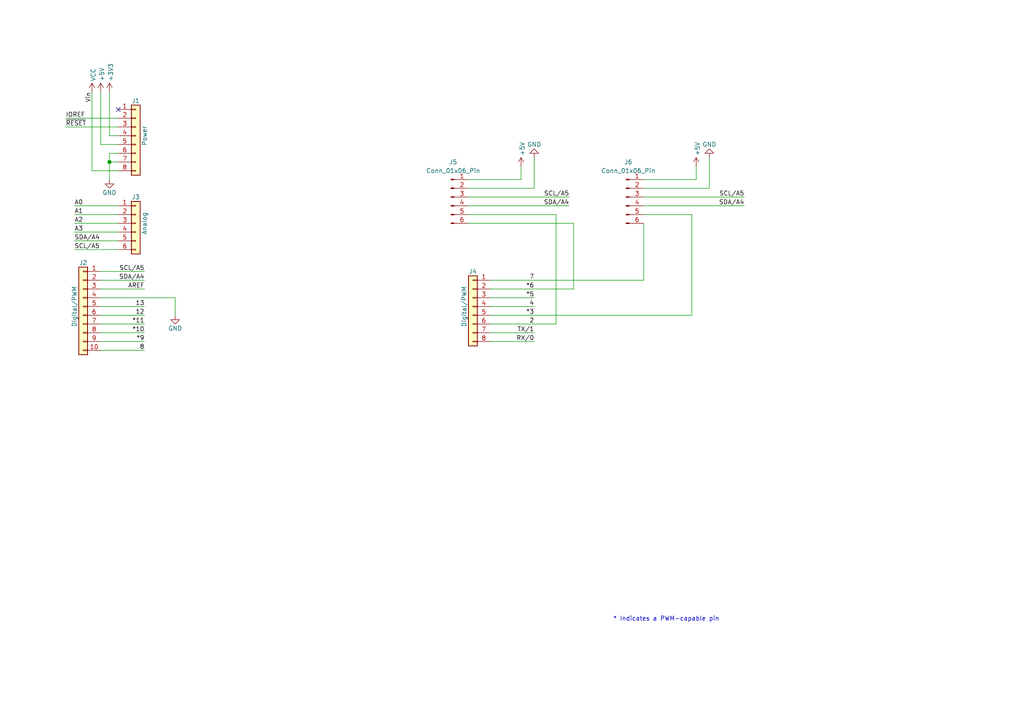
<source format=kicad_sch>
(kicad_sch (version 20230121) (generator eeschema)
  (paper "A4")
  (title_block (date "mar. 31 mars 2015"))
  (lib_symbols
    (symbol "Connector:Conn_01x06_Pin" (pin_names (offset 1.016) hide)
      (property "Reference" "J" (at 0 7.62 0))
      (property "Value" "Conn_01x06_Pin" (at 0 -10.16 0))
      (symbol "Conn_01x06_Pin_1_1"
        (polyline (pts (xy 1.27 -7.62) (xy 0.8636 -7.62)) (stroke (width 0.1524)))
        (polyline (pts (xy 1.27 -5.08) (xy 0.8636 -5.08)) (stroke (width 0.1524)))
        (polyline (pts (xy 1.27 -2.54) (xy 0.8636 -2.54)) (stroke (width 0.1524)))
        (polyline (pts (xy 1.27 0) (xy 0.8636 0)) (stroke (width 0.1524)))
        (polyline (pts (xy 1.27 2.54) (xy 0.8636 2.54)) (stroke (width 0.1524)))
        (polyline (pts (xy 1.27 5.08) (xy 0.8636 5.08)) (stroke (width 0.1524)))
        (rectangle (start 0.8636 -7.493) (end 0 -7.747) (stroke (width 0.1524)) (fill (type outline)))
        (rectangle (start 0.8636 -4.953) (end 0 -5.207) (stroke (width 0.1524)) (fill (type outline)))
        (rectangle (start 0.8636 -2.413) (end 0 -2.667) (stroke (width 0.1524)) (fill (type outline)))
        (rectangle (start 0.8636 0.127) (end 0 -0.127) (stroke (width 0.1524)) (fill (type outline)))
        (rectangle (start 0.8636 2.667) (end 0 2.413) (stroke (width 0.1524)) (fill (type outline)))
        (rectangle (start 0.8636 5.207) (end 0 4.953) (stroke (width 0.1524)) (fill (type outline)))
        (pin passive line (at 5.08 5.08 180) (length 3.81) (name "Pin_1") (number "1"))
        (pin passive line (at 5.08 2.54 180) (length 3.81) (name "Pin_2") (number "2"))
        (pin passive line (at 5.08 0 180) (length 3.81) (name "Pin_3") (number "3"))
        (pin passive line (at 5.08 -2.54 180) (length 3.81) (name "Pin_4") (number "4"))
        (pin passive line (at 5.08 -5.08 180) (length 3.81) (name "Pin_5") (number "5"))
        (pin passive line (at 5.08 -7.62 180) (length 3.81) (name "Pin_6") (number "6"))
      )
    )
    (symbol "Connector_Generic:Conn_01x06" (pin_names (offset 1.016) hide)
      (property "Reference" "J" (at 0 7.62 0))
      (property "Value" "Conn_01x06" (at 0 -10.16 0))
      (symbol "Conn_01x06_1_1"
        (rectangle (start -1.27 -7.493) (end 0 -7.747) (stroke (width 0.1524)))
        (rectangle (start -1.27 -4.953) (end 0 -5.207) (stroke (width 0.1524)))
        (rectangle (start -1.27 -2.413) (end 0 -2.667) (stroke (width 0.1524)))
        (rectangle (start -1.27 0.127) (end 0 -0.127) (stroke (width 0.1524)))
        (rectangle (start -1.27 2.667) (end 0 2.413) (stroke (width 0.1524)))
        (rectangle (start -1.27 5.207) (end 0 4.953) (stroke (width 0.1524)))
        (rectangle (start -1.27 6.35) (end 1.27 -8.89) (stroke (width 0.254)) (fill (type background)))
        (pin passive line (at -5.08 5.08 0) (length 3.81) (name "Pin_1") (number "1"))
        (pin passive line (at -5.08 2.54 0) (length 3.81) (name "Pin_2") (number "2"))
        (pin passive line (at -5.08 0 0) (length 3.81) (name "Pin_3") (number "3"))
        (pin passive line (at -5.08 -2.54 0) (length 3.81) (name "Pin_4") (number "4"))
        (pin passive line (at -5.08 -5.08 0) (length 3.81) (name "Pin_5") (number "5"))
        (pin passive line (at -5.08 -7.62 0) (length 3.81) (name "Pin_6") (number "6"))
      )
    )
    (symbol "Connector_Generic:Conn_01x08" (pin_names (offset 1.016) hide)
      (property "Reference" "J" (at 0 10.16 0))
      (property "Value" "Conn_01x08" (at 0 -12.7 0))
      (symbol "Conn_01x08_1_1"
        (rectangle (start -1.27 -10.033) (end 0 -10.287) (stroke (width 0.1524)))
        (rectangle (start -1.27 -7.493) (end 0 -7.747) (stroke (width 0.1524)))
        (rectangle (start -1.27 -4.953) (end 0 -5.207) (stroke (width 0.1524)))
        (rectangle (start -1.27 -2.413) (end 0 -2.667) (stroke (width 0.1524)))
        (rectangle (start -1.27 0.127) (end 0 -0.127) (stroke (width 0.1524)))
        (rectangle (start -1.27 2.667) (end 0 2.413) (stroke (width 0.1524)))
        (rectangle (start -1.27 5.207) (end 0 4.953) (stroke (width 0.1524)))
        (rectangle (start -1.27 7.747) (end 0 7.493) (stroke (width 0.1524)))
        (rectangle (start -1.27 8.89) (end 1.27 -11.43) (stroke (width 0.254)) (fill (type background)))
        (pin passive line (at -5.08 7.62 0) (length 3.81) (name "Pin_1") (number "1"))
        (pin passive line (at -5.08 5.08 0) (length 3.81) (name "Pin_2") (number "2"))
        (pin passive line (at -5.08 2.54 0) (length 3.81) (name "Pin_3") (number "3"))
        (pin passive line (at -5.08 0 0) (length 3.81) (name "Pin_4") (number "4"))
        (pin passive line (at -5.08 -2.54 0) (length 3.81) (name "Pin_5") (number "5"))
        (pin passive line (at -5.08 -5.08 0) (length 3.81) (name "Pin_6") (number "6"))
        (pin passive line (at -5.08 -7.62 0) (length 3.81) (name "Pin_7") (number "7"))
        (pin passive line (at -5.08 -10.16 0) (length 3.81) (name "Pin_8") (number "8"))
      )
    )
    (symbol "Connector_Generic:Conn_01x10" (pin_names (offset 1.016) hide)
      (property "Reference" "J" (at 0 12.7 0))
      (property "Value" "Conn_01x10" (at 0 -15.24 0))
      (symbol "Conn_01x10_1_1"
        (rectangle (start -1.27 -12.573) (end 0 -12.827) (stroke (width 0.1524)))
        (rectangle (start -1.27 -10.033) (end 0 -10.287) (stroke (width 0.1524)))
        (rectangle (start -1.27 -7.493) (end 0 -7.747) (stroke (width 0.1524)))
        (rectangle (start -1.27 -4.953) (end 0 -5.207) (stroke (width 0.1524)))
        (rectangle (start -1.27 -2.413) (end 0 -2.667) (stroke (width 0.1524)))
        (rectangle (start -1.27 0.127) (end 0 -0.127) (stroke (width 0.1524)))
        (rectangle (start -1.27 2.667) (end 0 2.413) (stroke (width 0.1524)))
        (rectangle (start -1.27 5.207) (end 0 4.953) (stroke (width 0.1524)))
        (rectangle (start -1.27 7.747) (end 0 7.493) (stroke (width 0.1524)))
        (rectangle (start -1.27 10.287) (end 0 10.033) (stroke (width 0.1524)))
        (rectangle (start -1.27 11.43) (end 1.27 -13.97) (stroke (width 0.254)) (fill (type background)))
        (pin passive line (at -5.08 10.16 0) (length 3.81) (name "Pin_1") (number "1"))
        (pin passive line (at -5.08 -12.7 0) (length 3.81) (name "Pin_10") (number "10"))
        (pin passive line (at -5.08 7.62 0) (length 3.81) (name "Pin_2") (number "2"))
        (pin passive line (at -5.08 5.08 0) (length 3.81) (name "Pin_3") (number "3"))
        (pin passive line (at -5.08 2.54 0) (length 3.81) (name "Pin_4") (number "4"))
        (pin passive line (at -5.08 0 0) (length 3.81) (name "Pin_5") (number "5"))
        (pin passive line (at -5.08 -2.54 0) (length 3.81) (name "Pin_6") (number "6"))
        (pin passive line (at -5.08 -5.08 0) (length 3.81) (name "Pin_7") (number "7"))
        (pin passive line (at -5.08 -7.62 0) (length 3.81) (name "Pin_8") (number "8"))
        (pin passive line (at -5.08 -10.16 0) (length 3.81) (name "Pin_9") (number "9"))
      )
    )
    (symbol "power:+3V3" (power) (pin_names (offset 0))
      (property "Value" "+3V3" (at 0 3.556 0))
      (symbol "+3V3_0_1"
        (polyline (pts (xy -0.762 1.27) (xy 0 2.54)))
        (polyline (pts (xy 0 0) (xy 0 2.54)))
        (polyline (pts (xy 0 2.54) (xy 0.762 1.27)))
      )
      (symbol "+3V3_1_1"
        (pin power_in line (at 0 0 90) (length 0) hide (name "+3V3") (number "1"))
      )
    )
    (symbol "power:+5V" (power) (pin_names (offset 0))
      (property "Value" "+5V" (at 0 3.556 0))
      (symbol "+5V_0_1"
        (polyline (pts (xy -0.762 1.27) (xy 0 2.54)))
        (polyline (pts (xy 0 0) (xy 0 2.54)))
        (polyline (pts (xy 0 2.54) (xy 0.762 1.27)))
      )
      (symbol "+5V_1_1"
        (pin power_in line (at 0 0 90) (length 0) hide (name "+5V") (number "1"))
      )
    )
    (symbol "power:GND" (power) (pin_names (offset 0))
      (property "Value" "GND" (at 0 -3.81 0))
      (symbol "GND_0_1"
        (polyline (pts (xy 0 0) (xy 0 -1.27) (xy 1.27 -1.27) (xy 0 -2.54) (xy -1.27 -1.27) (xy 0 -1.27)))
      )
      (symbol "GND_1_1"
        (pin power_in line (at 0 0 270) (length 0) hide (name "GND") (number "1"))
      )
    )
    (symbol "power:VCC" (power) (pin_names (offset 0))
      (property "Value" "VCC" (at 0 3.81 0))
      (symbol "VCC_0_1"
        (polyline (pts (xy -0.762 1.27) (xy 0 2.54)))
        (polyline (pts (xy 0 0) (xy 0 2.54)))
        (polyline (pts (xy 0 2.54) (xy 0.762 1.27)))
      )
      (symbol "VCC_1_1"
        (pin power_in line (at 0 0 90) (length 0) hide (name "VCC") (number "1"))
      )
    )
  )
  (junction (at 31.75 46.99) (diameter 1.016))
  (no_connect (at 34.29 31.75))
  (wire (pts (xy 142.24 99.06) (xy 154.94 99.06)))
  (wire (pts (xy 29.21 96.52) (xy 41.91 96.52)))
  (wire (pts (xy 29.21 78.74) (xy 41.91 78.74)))
  (wire (pts (xy 186.69 59.69) (xy 215.9 59.69)))
  (wire (pts (xy 31.75 44.45) (xy 31.75 46.99)))
  (wire (pts (xy 200.66 91.44) (xy 200.66 62.23)))
  (wire (pts (xy 21.59 72.39) (xy 34.29 72.39)))
  (wire (pts (xy 31.75 46.99) (xy 31.75 52.07)))
  (wire (pts (xy 135.89 57.15) (xy 165.1 57.15)))
  (wire (pts (xy 31.75 39.37) (xy 34.29 39.37)))
  (wire (pts (xy 29.21 41.91) (xy 34.29 41.91)))
  (wire (pts (xy 29.21 26.67) (xy 29.21 41.91)))
  (wire (pts (xy 29.21 88.9) (xy 41.91 88.9)))
  (wire (pts (xy 31.75 26.67) (xy 31.75 39.37)))
  (wire (pts (xy 34.29 59.69) (xy 21.59 59.69)))
  (wire (pts (xy 29.21 91.44) (xy 41.91 91.44)))
  (wire (pts (xy 151.13 52.07) (xy 135.89 52.07)))
  (wire (pts (xy 186.69 57.15) (xy 215.9 57.15)))
  (wire (pts (xy 29.21 99.06) (xy 41.91 99.06)))
  (wire (pts (xy 205.74 54.61) (xy 205.74 45.72)))
  (wire (pts (xy 142.24 88.9) (xy 154.94 88.9)))
  (wire (pts (xy 19.05 34.29) (xy 34.29 34.29)))
  (wire (pts (xy 142.24 83.82) (xy 166.37 83.82)))
  (wire (pts (xy 50.8 86.36) (xy 50.8 91.44)))
  (wire (pts (xy 29.21 83.82) (xy 41.91 83.82)))
  (wire (pts (xy 34.29 64.77) (xy 21.59 64.77)))
  (wire (pts (xy 19.05 36.83) (xy 34.29 36.83)))
  (wire (pts (xy 34.29 46.99) (xy 31.75 46.99)))
  (wire (pts (xy 166.37 83.82) (xy 166.37 64.77)))
  (wire (pts (xy 135.89 54.61) (xy 154.94 54.61)))
  (wire (pts (xy 161.29 62.23) (xy 161.29 93.98)))
  (wire (pts (xy 135.89 59.69) (xy 165.1 59.69)))
  (wire (pts (xy 34.29 49.53) (xy 26.67 49.53)))
  (wire (pts (xy 135.89 62.23) (xy 161.29 62.23)))
  (wire (pts (xy 21.59 62.23) (xy 34.29 62.23)))
  (wire (pts (xy 154.94 54.61) (xy 154.94 45.72)))
  (wire (pts (xy 186.69 64.77) (xy 186.69 81.28)))
  (wire (pts (xy 29.21 86.36) (xy 50.8 86.36)))
  (wire (pts (xy 34.29 44.45) (xy 31.75 44.45)))
  (wire (pts (xy 151.13 48.26) (xy 151.13 52.07)))
  (wire (pts (xy 29.21 93.98) (xy 41.91 93.98)))
  (wire (pts (xy 201.93 48.26) (xy 201.93 52.07)))
  (wire (pts (xy 142.24 86.36) (xy 154.94 86.36)))
  (wire (pts (xy 21.59 67.31) (xy 34.29 67.31)))
  (wire (pts (xy 200.66 62.23) (xy 186.69 62.23)))
  (wire (pts (xy 186.69 54.61) (xy 205.74 54.61)))
  (wire (pts (xy 201.93 52.07) (xy 186.69 52.07)))
  (wire (pts (xy 142.24 81.28) (xy 186.69 81.28)))
  (wire (pts (xy 29.21 81.28) (xy 41.91 81.28)))
  (wire (pts (xy 142.24 93.98) (xy 161.29 93.98)))
  (wire (pts (xy 142.24 91.44) (xy 200.66 91.44)))
  (wire (pts (xy 142.24 96.52) (xy 154.94 96.52)))
  (wire (pts (xy 26.67 49.53) (xy 26.67 26.67)))
  (wire (pts (xy 166.37 64.77) (xy 135.89 64.77)))
  (wire (pts (xy 34.29 69.85) (xy 21.59 69.85)))
  (wire (pts (xy 29.21 101.6) (xy 41.91 101.6)))
  (text "* Indicates a PWM-capable pin" (at 177.8 180.34 0) (effects (font (size 1.27 1.27)) (justify left bottom)))
  (label "RX{slash}0" (at 154.94 99.06 180))
  (label "A2" (at 21.59 64.77 0))
  (label "4" (at 154.94 88.9 180))
  (label "2" (at 154.94 93.98 180))
  (label "A3" (at 21.59 67.31 0))
  (label "13" (at 41.91 88.9 180))
  (label "12" (at 41.91 91.44 180))
  (label "~{RESET}" (at 19.05 36.83 0))
  (label "*10" (at 41.91 96.52 180))
  (label "7" (at 154.94 81.28 180))
  (label "SDA{slash}A4" (at 41.91 81.28 180))
  (label "8" (at 41.91 101.6 180))
  (label "*11" (at 41.91 93.98 180))
  (label "*3" (at 154.94 91.44 180))
  (label "SDA{slash}A4" (at 165.1 59.69 180))
  (label "A1" (at 21.59 62.23 0))
  (label "TX{slash}1" (at 154.94 96.52 180))
  (label "A0" (at 21.59 59.69 0))
  (label "AREF" (at 41.91 83.82 180))
  (label "Vin" (at 26.67 26.67 270))
  (label "*6" (at 154.94 83.82 180))
  (label "SCL{slash}A5" (at 41.91 78.74 180))
  (label "*9" (at 41.91 99.06 180))
  (label "SDA{slash}A4" (at 215.9 59.69 180))
  (label "SCL{slash}A5" (at 215.9 57.15 180))
  (label "*5" (at 154.94 86.36 180))
  (label "IOREF" (at 19.05 34.29 0))
  (label "SCL{slash}A5" (at 165.1 57.15 180))
  (label "SDA{slash}A4" (at 21.59 69.85 0))
  (label "SCL{slash}A5" (at 21.59 72.39 0))
  (symbol (lib_id "Connector_Generic:Conn_01x08") (at 39.37 39.37 0) (unit 1)
    (property "Reference" "J1" (at 39.37 29.21 0))
    (property "Value" "Power" (at 41.91 39.37 90))
    (property "Footprint" "Connector_PinSocket_2.54mm:PinSocket_1x08_P2.54mm_Vertical" (effects hide))
  )
  (symbol (lib_id "power:+3V3") (at 31.75 26.67 0) (unit 1)
    (property "Reference" "#PWR03" (effects hide))
    (property "Value" "+3.3V" (at 32.131 23.622 90) (effects (justify left)))
  )
  (symbol (lib_id "power:+5V") (at 29.21 26.67 0) (unit 1)
    (property "Reference" "#PWR02" (effects hide))
    (property "Value" "+5V" (at 29.5656 23.622 90) (effects (justify left)))
  )
  (symbol (lib_id "power:GND") (at 31.75 52.07 0) (unit 1)
    (property "Reference" "#PWR04" (effects hide))
    (property "Value" "GND" (at 31.75 55.88 0))
  )
  (symbol (lib_id "Connector_Generic:Conn_01x10") (at 24.13 88.9 0) (mirror y) (unit 1)
    (property "Reference" "J2" (at 24.13 76.2 0))
    (property "Value" "Digital/PWM" (at 21.59 88.9 90))
    (property "Footprint" "Connector_PinSocket_2.54mm:PinSocket_1x10_P2.54mm_Vertical" (effects hide))
  )
  (symbol (lib_id "power:GND") (at 50.8 91.44 0) (unit 1)
    (property "Reference" "#PWR05" (effects hide))
    (property "Value" "GND" (at 50.8 95.25 0))
  )
  (symbol (lib_id "Connector_Generic:Conn_01x06") (at 39.37 64.77 0) (unit 1)
    (property "Reference" "J3" (at 39.37 57.15 0))
    (property "Value" "Analog" (at 41.91 64.77 90))
    (property "Footprint" "Connector_PinSocket_2.54mm:PinSocket_1x06_P2.54mm_Vertical" (effects hide))
  )
  (symbol (lib_id "Connector_Generic:Conn_01x08") (at 137.16 88.9 0) (mirror y) (unit 1)
    (property "Reference" "J4" (at 137.16 78.74 0))
    (property "Value" "Digital/PWM" (at 134.62 88.9 90))
    (property "Footprint" "Connector_PinSocket_2.54mm:PinSocket_1x08_P2.54mm_Vertical" (effects hide))
  )
  (symbol (lib_id "power:GND") (at 154.94 45.72 180) (unit 1)
    (property "Reference" "#PWR09" (effects hide))
    (property "Value" "GND" (at 154.94 41.91 0))
  )
  (symbol (lib_id "power:+5V") (at 201.93 48.26 0) (unit 1)
    (property "Reference" "#PWR06" (effects hide))
    (property "Value" "+5V" (at 202.2856 45.212 90) (effects (justify left)))
  )
  (symbol (lib_id "Connector:Conn_01x06_Pin") (at 130.81 57.15 0) (unit 1)
    (property "Reference" "J5" (at 131.445 46.99 0))
    (property "Value" "Conn_01x06_Pin" (at 131.445 49.53 0))
    (property "Footprint" "Connector_PinHeader_2.54mm:PinHeader_1x06_P2.54mm_Vertical" (effects hide))
  )
  (symbol (lib_id "power:GND") (at 205.74 45.72 180) (unit 1)
    (property "Reference" "#PWR08" (effects hide))
    (property "Value" "GND" (at 205.74 41.91 0))
  )
  (symbol (lib_id "power:VCC") (at 26.67 26.67 0) (unit 1)
    (property "Reference" "#PWR01" (effects hide))
    (property "Value" "VCC" (at 27.051 23.622 90) (effects (justify left)))
  )
  (symbol (lib_id "power:+5V") (at 151.13 48.26 0) (unit 1)
    (property "Reference" "#PWR07" (effects hide))
    (property "Value" "+5V" (at 151.4856 45.212 90) (effects (justify left)))
  )
  (symbol (lib_id "Connector:Conn_01x06_Pin") (at 181.61 57.15 0) (unit 1)
    (property "Reference" "J6" (at 182.245 46.99 0))
    (property "Value" "Conn_01x06_Pin" (at 182.245 49.53 0))
    (property "Footprint" "Connector_PinHeader_2.54mm:PinHeader_1x06_P2.54mm_Vertical" (effects hide))
  )
)
</source>
